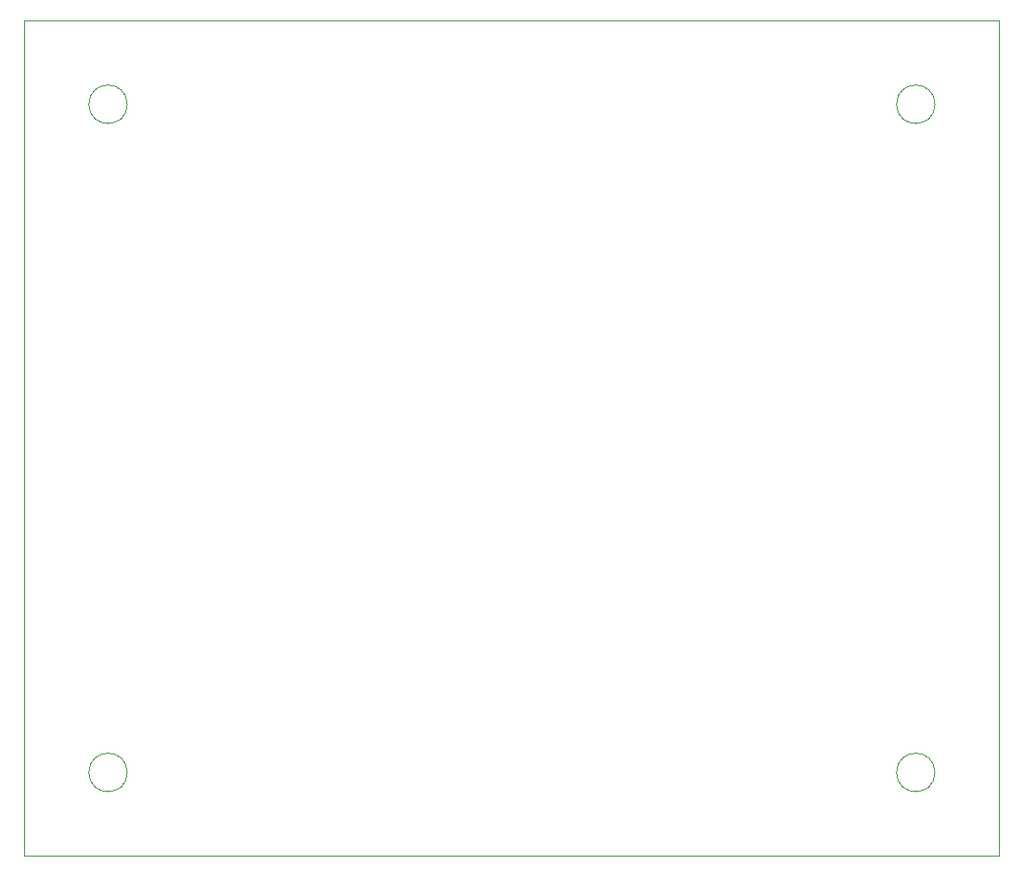
<source format=gm1>
%TF.GenerationSoftware,KiCad,Pcbnew,5.1.9-73d0e3b20d~88~ubuntu20.04.1*%
%TF.CreationDate,2021-03-01T20:45:33+00:00*%
%TF.ProjectId,variable_duty_cycle_module,66697273-745f-4636-9972-637569742e6b,rev?*%
%TF.SameCoordinates,Original*%
%TF.FileFunction,Profile,NP*%
%FSLAX46Y46*%
G04 Gerber Fmt 4.6, Leading zero omitted, Abs format (unit mm)*
G04 Created by KiCad (PCBNEW 5.1.9-73d0e3b20d~88~ubuntu20.04.1) date 2021-03-01 20:45:33*
%MOMM*%
%LPD*%
G01*
G04 APERTURE LIST*
%TA.AperFunction,Profile*%
%ADD10C,0.025400*%
%TD*%
G04 APERTURE END LIST*
D10*
X116052600Y-59690000D02*
G75*
G03*
X116052600Y-59690000I-1752600J0D01*
G01*
X116052600Y-120650000D02*
G75*
G03*
X116052600Y-120650000I-1752600J0D01*
G01*
X189712600Y-120650000D02*
G75*
G03*
X189712600Y-120650000I-1752600J0D01*
G01*
X189712600Y-59690000D02*
G75*
G03*
X189712600Y-59690000I-1752600J0D01*
G01*
X106680000Y-128270000D02*
X195580000Y-128270000D01*
X106680000Y-52070000D02*
X106680000Y-128270000D01*
X195580000Y-52070000D02*
X106680000Y-52070000D01*
X195580000Y-128270000D02*
X195580000Y-52070000D01*
M02*

</source>
